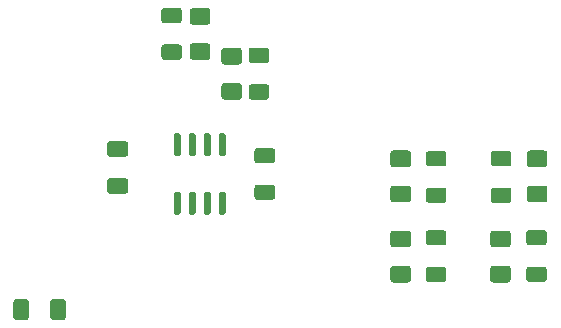
<source format=gbr>
%TF.GenerationSoftware,KiCad,Pcbnew,(5.1.9)-1*%
%TF.CreationDate,2021-03-21T11:51:09-04:00*%
%TF.ProjectId,viparTester,76697061-7254-4657-9374-65722e6b6963,rev?*%
%TF.SameCoordinates,Original*%
%TF.FileFunction,Paste,Top*%
%TF.FilePolarity,Positive*%
%FSLAX46Y46*%
G04 Gerber Fmt 4.6, Leading zero omitted, Abs format (unit mm)*
G04 Created by KiCad (PCBNEW (5.1.9)-1) date 2021-03-21 11:51:09*
%MOMM*%
%LPD*%
G01*
G04 APERTURE LIST*
G04 APERTURE END LIST*
%TO.C,D1*%
G36*
G01*
X129149000Y-96343500D02*
X127899000Y-96343500D01*
G75*
G02*
X127649000Y-96093500I0J250000D01*
G01*
X127649000Y-95168500D01*
G75*
G02*
X127899000Y-94918500I250000J0D01*
G01*
X129149000Y-94918500D01*
G75*
G02*
X129399000Y-95168500I0J-250000D01*
G01*
X129399000Y-96093500D01*
G75*
G02*
X129149000Y-96343500I-250000J0D01*
G01*
G37*
G36*
G01*
X129149000Y-93368500D02*
X127899000Y-93368500D01*
G75*
G02*
X127649000Y-93118500I0J250000D01*
G01*
X127649000Y-92193500D01*
G75*
G02*
X127899000Y-91943500I250000J0D01*
G01*
X129149000Y-91943500D01*
G75*
G02*
X129399000Y-92193500I0J-250000D01*
G01*
X129399000Y-93118500D01*
G75*
G02*
X129149000Y-93368500I-250000J0D01*
G01*
G37*
%TD*%
%TO.C,D2*%
G36*
G01*
X144875000Y-113770000D02*
X146125000Y-113770000D01*
G75*
G02*
X146375000Y-114020000I0J-250000D01*
G01*
X146375000Y-114945000D01*
G75*
G02*
X146125000Y-115195000I-250000J0D01*
G01*
X144875000Y-115195000D01*
G75*
G02*
X144625000Y-114945000I0J250000D01*
G01*
X144625000Y-114020000D01*
G75*
G02*
X144875000Y-113770000I250000J0D01*
G01*
G37*
G36*
G01*
X144875000Y-110795000D02*
X146125000Y-110795000D01*
G75*
G02*
X146375000Y-111045000I0J-250000D01*
G01*
X146375000Y-111970000D01*
G75*
G02*
X146125000Y-112220000I-250000J0D01*
G01*
X144875000Y-112220000D01*
G75*
G02*
X144625000Y-111970000I0J250000D01*
G01*
X144625000Y-111045000D01*
G75*
G02*
X144875000Y-110795000I250000J0D01*
G01*
G37*
%TD*%
%TO.C,D3*%
G36*
G01*
X153325000Y-110795000D02*
X154575000Y-110795000D01*
G75*
G02*
X154825000Y-111045000I0J-250000D01*
G01*
X154825000Y-111970000D01*
G75*
G02*
X154575000Y-112220000I-250000J0D01*
G01*
X153325000Y-112220000D01*
G75*
G02*
X153075000Y-111970000I0J250000D01*
G01*
X153075000Y-111045000D01*
G75*
G02*
X153325000Y-110795000I250000J0D01*
G01*
G37*
G36*
G01*
X153325000Y-113770000D02*
X154575000Y-113770000D01*
G75*
G02*
X154825000Y-114020000I0J-250000D01*
G01*
X154825000Y-114945000D01*
G75*
G02*
X154575000Y-115195000I-250000J0D01*
G01*
X153325000Y-115195000D01*
G75*
G02*
X153075000Y-114945000I0J250000D01*
G01*
X153075000Y-114020000D01*
G75*
G02*
X153325000Y-113770000I250000J0D01*
G01*
G37*
%TD*%
%TO.C,D4*%
G36*
G01*
X146125000Y-105432000D02*
X144875000Y-105432000D01*
G75*
G02*
X144625000Y-105182000I0J250000D01*
G01*
X144625000Y-104257000D01*
G75*
G02*
X144875000Y-104007000I250000J0D01*
G01*
X146125000Y-104007000D01*
G75*
G02*
X146375000Y-104257000I0J-250000D01*
G01*
X146375000Y-105182000D01*
G75*
G02*
X146125000Y-105432000I-250000J0D01*
G01*
G37*
G36*
G01*
X146125000Y-108407000D02*
X144875000Y-108407000D01*
G75*
G02*
X144625000Y-108157000I0J250000D01*
G01*
X144625000Y-107232000D01*
G75*
G02*
X144875000Y-106982000I250000J0D01*
G01*
X146125000Y-106982000D01*
G75*
G02*
X146375000Y-107232000I0J-250000D01*
G01*
X146375000Y-108157000D01*
G75*
G02*
X146125000Y-108407000I-250000J0D01*
G01*
G37*
%TD*%
%TO.C,D5*%
G36*
G01*
X157675000Y-108407000D02*
X156425000Y-108407000D01*
G75*
G02*
X156175000Y-108157000I0J250000D01*
G01*
X156175000Y-107232000D01*
G75*
G02*
X156425000Y-106982000I250000J0D01*
G01*
X157675000Y-106982000D01*
G75*
G02*
X157925000Y-107232000I0J-250000D01*
G01*
X157925000Y-108157000D01*
G75*
G02*
X157675000Y-108407000I-250000J0D01*
G01*
G37*
G36*
G01*
X157675000Y-105432000D02*
X156425000Y-105432000D01*
G75*
G02*
X156175000Y-105182000I0J250000D01*
G01*
X156175000Y-104257000D01*
G75*
G02*
X156425000Y-104007000I250000J0D01*
G01*
X157675000Y-104007000D01*
G75*
G02*
X157925000Y-104257000I0J-250000D01*
G01*
X157925000Y-105182000D01*
G75*
G02*
X157675000Y-105432000I-250000J0D01*
G01*
G37*
%TD*%
%TO.C,R1*%
G36*
G01*
X126736000Y-93233000D02*
X125486000Y-93233000D01*
G75*
G02*
X125236000Y-92983000I0J250000D01*
G01*
X125236000Y-92183000D01*
G75*
G02*
X125486000Y-91933000I250000J0D01*
G01*
X126736000Y-91933000D01*
G75*
G02*
X126986000Y-92183000I0J-250000D01*
G01*
X126986000Y-92983000D01*
G75*
G02*
X126736000Y-93233000I-250000J0D01*
G01*
G37*
G36*
G01*
X126736000Y-96333000D02*
X125486000Y-96333000D01*
G75*
G02*
X125236000Y-96083000I0J250000D01*
G01*
X125236000Y-95283000D01*
G75*
G02*
X125486000Y-95033000I250000J0D01*
G01*
X126736000Y-95033000D01*
G75*
G02*
X126986000Y-95283000I0J-250000D01*
G01*
X126986000Y-96083000D01*
G75*
G02*
X126736000Y-96333000I-250000J0D01*
G01*
G37*
%TD*%
%TO.C,R2*%
G36*
G01*
X147875000Y-113850000D02*
X149125000Y-113850000D01*
G75*
G02*
X149375000Y-114100000I0J-250000D01*
G01*
X149375000Y-114900000D01*
G75*
G02*
X149125000Y-115150000I-250000J0D01*
G01*
X147875000Y-115150000D01*
G75*
G02*
X147625000Y-114900000I0J250000D01*
G01*
X147625000Y-114100000D01*
G75*
G02*
X147875000Y-113850000I250000J0D01*
G01*
G37*
G36*
G01*
X147875000Y-110750000D02*
X149125000Y-110750000D01*
G75*
G02*
X149375000Y-111000000I0J-250000D01*
G01*
X149375000Y-111800000D01*
G75*
G02*
X149125000Y-112050000I-250000J0D01*
G01*
X147875000Y-112050000D01*
G75*
G02*
X147625000Y-111800000I0J250000D01*
G01*
X147625000Y-111000000D01*
G75*
G02*
X147875000Y-110750000I250000J0D01*
G01*
G37*
%TD*%
%TO.C,R3*%
G36*
G01*
X156375000Y-110750000D02*
X157625000Y-110750000D01*
G75*
G02*
X157875000Y-111000000I0J-250000D01*
G01*
X157875000Y-111800000D01*
G75*
G02*
X157625000Y-112050000I-250000J0D01*
G01*
X156375000Y-112050000D01*
G75*
G02*
X156125000Y-111800000I0J250000D01*
G01*
X156125000Y-111000000D01*
G75*
G02*
X156375000Y-110750000I250000J0D01*
G01*
G37*
G36*
G01*
X156375000Y-113850000D02*
X157625000Y-113850000D01*
G75*
G02*
X157875000Y-114100000I0J-250000D01*
G01*
X157875000Y-114900000D01*
G75*
G02*
X157625000Y-115150000I-250000J0D01*
G01*
X156375000Y-115150000D01*
G75*
G02*
X156125000Y-114900000I0J250000D01*
G01*
X156125000Y-114100000D01*
G75*
G02*
X156375000Y-113850000I250000J0D01*
G01*
G37*
%TD*%
%TO.C,R4*%
G36*
G01*
X149125000Y-105352000D02*
X147875000Y-105352000D01*
G75*
G02*
X147625000Y-105102000I0J250000D01*
G01*
X147625000Y-104302000D01*
G75*
G02*
X147875000Y-104052000I250000J0D01*
G01*
X149125000Y-104052000D01*
G75*
G02*
X149375000Y-104302000I0J-250000D01*
G01*
X149375000Y-105102000D01*
G75*
G02*
X149125000Y-105352000I-250000J0D01*
G01*
G37*
G36*
G01*
X149125000Y-108452000D02*
X147875000Y-108452000D01*
G75*
G02*
X147625000Y-108202000I0J250000D01*
G01*
X147625000Y-107402000D01*
G75*
G02*
X147875000Y-107152000I250000J0D01*
G01*
X149125000Y-107152000D01*
G75*
G02*
X149375000Y-107402000I0J-250000D01*
G01*
X149375000Y-108202000D01*
G75*
G02*
X149125000Y-108452000I-250000J0D01*
G01*
G37*
%TD*%
%TO.C,R5*%
G36*
G01*
X154625000Y-108452000D02*
X153375000Y-108452000D01*
G75*
G02*
X153125000Y-108202000I0J250000D01*
G01*
X153125000Y-107402000D01*
G75*
G02*
X153375000Y-107152000I250000J0D01*
G01*
X154625000Y-107152000D01*
G75*
G02*
X154875000Y-107402000I0J-250000D01*
G01*
X154875000Y-108202000D01*
G75*
G02*
X154625000Y-108452000I-250000J0D01*
G01*
G37*
G36*
G01*
X154625000Y-105352000D02*
X153375000Y-105352000D01*
G75*
G02*
X153125000Y-105102000I0J250000D01*
G01*
X153125000Y-104302000D01*
G75*
G02*
X153375000Y-104052000I250000J0D01*
G01*
X154625000Y-104052000D01*
G75*
G02*
X154875000Y-104302000I0J-250000D01*
G01*
X154875000Y-105102000D01*
G75*
G02*
X154625000Y-105352000I-250000J0D01*
G01*
G37*
%TD*%
%TO.C,R6*%
G36*
G01*
X134625000Y-108200000D02*
X133375000Y-108200000D01*
G75*
G02*
X133125000Y-107950000I0J250000D01*
G01*
X133125000Y-107150000D01*
G75*
G02*
X133375000Y-106900000I250000J0D01*
G01*
X134625000Y-106900000D01*
G75*
G02*
X134875000Y-107150000I0J-250000D01*
G01*
X134875000Y-107950000D01*
G75*
G02*
X134625000Y-108200000I-250000J0D01*
G01*
G37*
G36*
G01*
X134625000Y-105100000D02*
X133375000Y-105100000D01*
G75*
G02*
X133125000Y-104850000I0J250000D01*
G01*
X133125000Y-104050000D01*
G75*
G02*
X133375000Y-103800000I250000J0D01*
G01*
X134625000Y-103800000D01*
G75*
G02*
X134875000Y-104050000I0J-250000D01*
G01*
X134875000Y-104850000D01*
G75*
G02*
X134625000Y-105100000I-250000J0D01*
G01*
G37*
%TD*%
%TO.C,U2*%
G36*
G01*
X130255000Y-102550000D02*
X130555000Y-102550000D01*
G75*
G02*
X130705000Y-102700000I0J-150000D01*
G01*
X130705000Y-104350000D01*
G75*
G02*
X130555000Y-104500000I-150000J0D01*
G01*
X130255000Y-104500000D01*
G75*
G02*
X130105000Y-104350000I0J150000D01*
G01*
X130105000Y-102700000D01*
G75*
G02*
X130255000Y-102550000I150000J0D01*
G01*
G37*
G36*
G01*
X128985000Y-102550000D02*
X129285000Y-102550000D01*
G75*
G02*
X129435000Y-102700000I0J-150000D01*
G01*
X129435000Y-104350000D01*
G75*
G02*
X129285000Y-104500000I-150000J0D01*
G01*
X128985000Y-104500000D01*
G75*
G02*
X128835000Y-104350000I0J150000D01*
G01*
X128835000Y-102700000D01*
G75*
G02*
X128985000Y-102550000I150000J0D01*
G01*
G37*
G36*
G01*
X127715000Y-102550000D02*
X128015000Y-102550000D01*
G75*
G02*
X128165000Y-102700000I0J-150000D01*
G01*
X128165000Y-104350000D01*
G75*
G02*
X128015000Y-104500000I-150000J0D01*
G01*
X127715000Y-104500000D01*
G75*
G02*
X127565000Y-104350000I0J150000D01*
G01*
X127565000Y-102700000D01*
G75*
G02*
X127715000Y-102550000I150000J0D01*
G01*
G37*
G36*
G01*
X126445000Y-102550000D02*
X126745000Y-102550000D01*
G75*
G02*
X126895000Y-102700000I0J-150000D01*
G01*
X126895000Y-104350000D01*
G75*
G02*
X126745000Y-104500000I-150000J0D01*
G01*
X126445000Y-104500000D01*
G75*
G02*
X126295000Y-104350000I0J150000D01*
G01*
X126295000Y-102700000D01*
G75*
G02*
X126445000Y-102550000I150000J0D01*
G01*
G37*
G36*
G01*
X126445000Y-107500000D02*
X126745000Y-107500000D01*
G75*
G02*
X126895000Y-107650000I0J-150000D01*
G01*
X126895000Y-109300000D01*
G75*
G02*
X126745000Y-109450000I-150000J0D01*
G01*
X126445000Y-109450000D01*
G75*
G02*
X126295000Y-109300000I0J150000D01*
G01*
X126295000Y-107650000D01*
G75*
G02*
X126445000Y-107500000I150000J0D01*
G01*
G37*
G36*
G01*
X127715000Y-107500000D02*
X128015000Y-107500000D01*
G75*
G02*
X128165000Y-107650000I0J-150000D01*
G01*
X128165000Y-109300000D01*
G75*
G02*
X128015000Y-109450000I-150000J0D01*
G01*
X127715000Y-109450000D01*
G75*
G02*
X127565000Y-109300000I0J150000D01*
G01*
X127565000Y-107650000D01*
G75*
G02*
X127715000Y-107500000I150000J0D01*
G01*
G37*
G36*
G01*
X128985000Y-107500000D02*
X129285000Y-107500000D01*
G75*
G02*
X129435000Y-107650000I0J-150000D01*
G01*
X129435000Y-109300000D01*
G75*
G02*
X129285000Y-109450000I-150000J0D01*
G01*
X128985000Y-109450000D01*
G75*
G02*
X128835000Y-109300000I0J150000D01*
G01*
X128835000Y-107650000D01*
G75*
G02*
X128985000Y-107500000I150000J0D01*
G01*
G37*
G36*
G01*
X130255000Y-107500000D02*
X130555000Y-107500000D01*
G75*
G02*
X130705000Y-107650000I0J-150000D01*
G01*
X130705000Y-109300000D01*
G75*
G02*
X130555000Y-109450000I-150000J0D01*
G01*
X130255000Y-109450000D01*
G75*
G02*
X130105000Y-109300000I0J150000D01*
G01*
X130105000Y-107650000D01*
G75*
G02*
X130255000Y-107500000I150000J0D01*
G01*
G37*
%TD*%
%TO.C,D6*%
G36*
G01*
X130570001Y-95312500D02*
X131820001Y-95312500D01*
G75*
G02*
X132070001Y-95562500I0J-250000D01*
G01*
X132070001Y-96487500D01*
G75*
G02*
X131820001Y-96737500I-250000J0D01*
G01*
X130570001Y-96737500D01*
G75*
G02*
X130320001Y-96487500I0J250000D01*
G01*
X130320001Y-95562500D01*
G75*
G02*
X130570001Y-95312500I250000J0D01*
G01*
G37*
G36*
G01*
X130570001Y-98287500D02*
X131820001Y-98287500D01*
G75*
G02*
X132070001Y-98537500I0J-250000D01*
G01*
X132070001Y-99462500D01*
G75*
G02*
X131820001Y-99712500I-250000J0D01*
G01*
X130570001Y-99712500D01*
G75*
G02*
X130320001Y-99462500I0J250000D01*
G01*
X130320001Y-98537500D01*
G75*
G02*
X130570001Y-98287500I250000J0D01*
G01*
G37*
%TD*%
%TO.C,R7*%
G36*
G01*
X132875000Y-95300000D02*
X134125000Y-95300000D01*
G75*
G02*
X134375000Y-95550000I0J-250000D01*
G01*
X134375000Y-96350000D01*
G75*
G02*
X134125000Y-96600000I-250000J0D01*
G01*
X132875000Y-96600000D01*
G75*
G02*
X132625000Y-96350000I0J250000D01*
G01*
X132625000Y-95550000D01*
G75*
G02*
X132875000Y-95300000I250000J0D01*
G01*
G37*
G36*
G01*
X132875000Y-98400000D02*
X134125000Y-98400000D01*
G75*
G02*
X134375000Y-98650000I0J-250000D01*
G01*
X134375000Y-99450000D01*
G75*
G02*
X134125000Y-99700000I-250000J0D01*
G01*
X132875000Y-99700000D01*
G75*
G02*
X132625000Y-99450000I0J250000D01*
G01*
X132625000Y-98650000D01*
G75*
G02*
X132875000Y-98400000I250000J0D01*
G01*
G37*
%TD*%
%TO.C,C3*%
G36*
G01*
X117160000Y-116824999D02*
X117160000Y-118125001D01*
G75*
G02*
X116910001Y-118375000I-249999J0D01*
G01*
X116084999Y-118375000D01*
G75*
G02*
X115835000Y-118125001I0J249999D01*
G01*
X115835000Y-116824999D01*
G75*
G02*
X116084999Y-116575000I249999J0D01*
G01*
X116910001Y-116575000D01*
G75*
G02*
X117160000Y-116824999I0J-249999D01*
G01*
G37*
G36*
G01*
X114035000Y-116824999D02*
X114035000Y-118125001D01*
G75*
G02*
X113785001Y-118375000I-249999J0D01*
G01*
X112959999Y-118375000D01*
G75*
G02*
X112710000Y-118125001I0J249999D01*
G01*
X112710000Y-116824999D01*
G75*
G02*
X112959999Y-116575000I249999J0D01*
G01*
X113785001Y-116575000D01*
G75*
G02*
X114035000Y-116824999I0J-249999D01*
G01*
G37*
%TD*%
%TO.C,C4*%
G36*
G01*
X122189001Y-104548500D02*
X120888999Y-104548500D01*
G75*
G02*
X120639000Y-104298501I0J249999D01*
G01*
X120639000Y-103473499D01*
G75*
G02*
X120888999Y-103223500I249999J0D01*
G01*
X122189001Y-103223500D01*
G75*
G02*
X122439000Y-103473499I0J-249999D01*
G01*
X122439000Y-104298501D01*
G75*
G02*
X122189001Y-104548500I-249999J0D01*
G01*
G37*
G36*
G01*
X122189001Y-107673500D02*
X120888999Y-107673500D01*
G75*
G02*
X120639000Y-107423501I0J249999D01*
G01*
X120639000Y-106598499D01*
G75*
G02*
X120888999Y-106348500I249999J0D01*
G01*
X122189001Y-106348500D01*
G75*
G02*
X122439000Y-106598499I0J-249999D01*
G01*
X122439000Y-107423501D01*
G75*
G02*
X122189001Y-107673500I-249999J0D01*
G01*
G37*
%TD*%
M02*

</source>
